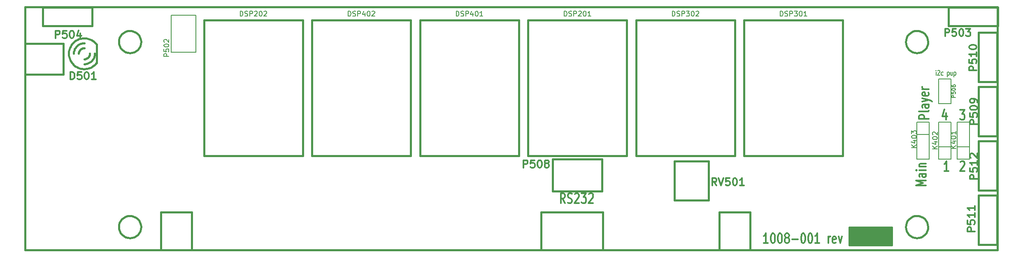
<source format=gto>
G04 (created by PCBNEW-RS274X (2012-01-19 BZR 3256)-stable) date 12/4/2012 8:12:11 AM*
G01*
G70*
G90*
%MOIN*%
G04 Gerber Fmt 3.4, Leading zero omitted, Abs format*
%FSLAX34Y34*%
G04 APERTURE LIST*
%ADD10C,0.006000*%
%ADD11C,0.012000*%
%ADD12C,0.007500*%
%ADD13C,0.015000*%
%ADD14C,0.008000*%
%ADD15C,0.010000*%
G04 APERTURE END LIST*
G54D10*
G54D11*
X57744Y-35574D02*
X57544Y-35193D01*
X57401Y-35574D02*
X57401Y-34774D01*
X57629Y-34774D01*
X57687Y-34812D01*
X57715Y-34850D01*
X57744Y-34926D01*
X57744Y-35040D01*
X57715Y-35117D01*
X57687Y-35155D01*
X57629Y-35193D01*
X57401Y-35193D01*
X57972Y-35536D02*
X58058Y-35574D01*
X58201Y-35574D01*
X58258Y-35536D01*
X58287Y-35498D01*
X58315Y-35421D01*
X58315Y-35345D01*
X58287Y-35269D01*
X58258Y-35231D01*
X58201Y-35193D01*
X58087Y-35155D01*
X58029Y-35117D01*
X58001Y-35079D01*
X57972Y-35002D01*
X57972Y-34926D01*
X58001Y-34850D01*
X58029Y-34812D01*
X58087Y-34774D01*
X58229Y-34774D01*
X58315Y-34812D01*
X58543Y-34850D02*
X58572Y-34812D01*
X58629Y-34774D01*
X58772Y-34774D01*
X58829Y-34812D01*
X58858Y-34850D01*
X58886Y-34926D01*
X58886Y-35002D01*
X58858Y-35117D01*
X58515Y-35574D01*
X58886Y-35574D01*
X59086Y-34774D02*
X59457Y-34774D01*
X59257Y-35079D01*
X59343Y-35079D01*
X59400Y-35117D01*
X59429Y-35155D01*
X59457Y-35231D01*
X59457Y-35421D01*
X59429Y-35498D01*
X59400Y-35536D01*
X59343Y-35574D01*
X59171Y-35574D01*
X59114Y-35536D01*
X59086Y-35498D01*
X59685Y-34850D02*
X59714Y-34812D01*
X59771Y-34774D01*
X59914Y-34774D01*
X59971Y-34812D01*
X60000Y-34850D01*
X60028Y-34926D01*
X60028Y-35002D01*
X60000Y-35117D01*
X59657Y-35574D01*
X60028Y-35574D01*
X89779Y-32250D02*
X89808Y-32212D01*
X89865Y-32174D01*
X90008Y-32174D01*
X90065Y-32212D01*
X90094Y-32250D01*
X90122Y-32326D01*
X90122Y-32402D01*
X90094Y-32517D01*
X89751Y-32974D01*
X90122Y-32974D01*
X88822Y-32974D02*
X88479Y-32974D01*
X88651Y-32974D02*
X88651Y-32174D01*
X88594Y-32288D01*
X88536Y-32364D01*
X88479Y-32402D01*
X88615Y-28290D02*
X88615Y-28824D01*
X88472Y-27986D02*
X88329Y-28557D01*
X88701Y-28557D01*
X89751Y-28024D02*
X90122Y-28024D01*
X89922Y-28329D01*
X90008Y-28329D01*
X90065Y-28367D01*
X90094Y-28405D01*
X90122Y-28481D01*
X90122Y-28671D01*
X90094Y-28748D01*
X90065Y-28786D01*
X90008Y-28824D01*
X89836Y-28824D01*
X89779Y-28786D01*
X89751Y-28748D01*
X87224Y-28756D02*
X86424Y-28756D01*
X86424Y-28528D01*
X86462Y-28470D01*
X86500Y-28442D01*
X86576Y-28413D01*
X86690Y-28413D01*
X86767Y-28442D01*
X86805Y-28470D01*
X86843Y-28528D01*
X86843Y-28756D01*
X87224Y-28070D02*
X87186Y-28128D01*
X87110Y-28156D01*
X86424Y-28156D01*
X87224Y-27585D02*
X86805Y-27585D01*
X86729Y-27614D01*
X86690Y-27671D01*
X86690Y-27785D01*
X86729Y-27842D01*
X87186Y-27585D02*
X87224Y-27642D01*
X87224Y-27785D01*
X87186Y-27842D01*
X87110Y-27871D01*
X87033Y-27871D01*
X86957Y-27842D01*
X86919Y-27785D01*
X86919Y-27642D01*
X86881Y-27585D01*
X86690Y-27356D02*
X87224Y-27213D01*
X86690Y-27071D02*
X87224Y-27213D01*
X87414Y-27271D01*
X87452Y-27299D01*
X87490Y-27356D01*
X87186Y-26614D02*
X87224Y-26671D01*
X87224Y-26785D01*
X87186Y-26842D01*
X87110Y-26871D01*
X86805Y-26871D01*
X86729Y-26842D01*
X86690Y-26785D01*
X86690Y-26671D01*
X86729Y-26614D01*
X86805Y-26585D01*
X86881Y-26585D01*
X86957Y-26871D01*
X87224Y-26328D02*
X86690Y-26328D01*
X86843Y-26328D02*
X86767Y-26300D01*
X86729Y-26271D01*
X86690Y-26214D01*
X86690Y-26157D01*
X86974Y-34136D02*
X86174Y-34136D01*
X86745Y-33936D01*
X86174Y-33736D01*
X86974Y-33736D01*
X86974Y-33193D02*
X86555Y-33193D01*
X86479Y-33222D01*
X86440Y-33279D01*
X86440Y-33393D01*
X86479Y-33450D01*
X86936Y-33193D02*
X86974Y-33250D01*
X86974Y-33393D01*
X86936Y-33450D01*
X86860Y-33479D01*
X86783Y-33479D01*
X86707Y-33450D01*
X86669Y-33393D01*
X86669Y-33250D01*
X86631Y-33193D01*
X86974Y-32907D02*
X86440Y-32907D01*
X86174Y-32907D02*
X86212Y-32936D01*
X86250Y-32907D01*
X86212Y-32879D01*
X86174Y-32907D01*
X86250Y-32907D01*
X86440Y-32621D02*
X86974Y-32621D01*
X86517Y-32621D02*
X86479Y-32593D01*
X86440Y-32535D01*
X86440Y-32450D01*
X86479Y-32393D01*
X86555Y-32364D01*
X86974Y-32364D01*
X74188Y-38824D02*
X73845Y-38824D01*
X74017Y-38824D02*
X74017Y-38024D01*
X73960Y-38138D01*
X73902Y-38214D01*
X73845Y-38252D01*
X74559Y-38024D02*
X74616Y-38024D01*
X74673Y-38062D01*
X74702Y-38100D01*
X74731Y-38176D01*
X74759Y-38329D01*
X74759Y-38519D01*
X74731Y-38671D01*
X74702Y-38748D01*
X74673Y-38786D01*
X74616Y-38824D01*
X74559Y-38824D01*
X74502Y-38786D01*
X74473Y-38748D01*
X74445Y-38671D01*
X74416Y-38519D01*
X74416Y-38329D01*
X74445Y-38176D01*
X74473Y-38100D01*
X74502Y-38062D01*
X74559Y-38024D01*
X75130Y-38024D02*
X75187Y-38024D01*
X75244Y-38062D01*
X75273Y-38100D01*
X75302Y-38176D01*
X75330Y-38329D01*
X75330Y-38519D01*
X75302Y-38671D01*
X75273Y-38748D01*
X75244Y-38786D01*
X75187Y-38824D01*
X75130Y-38824D01*
X75073Y-38786D01*
X75044Y-38748D01*
X75016Y-38671D01*
X74987Y-38519D01*
X74987Y-38329D01*
X75016Y-38176D01*
X75044Y-38100D01*
X75073Y-38062D01*
X75130Y-38024D01*
X75673Y-38367D02*
X75615Y-38329D01*
X75587Y-38290D01*
X75558Y-38214D01*
X75558Y-38176D01*
X75587Y-38100D01*
X75615Y-38062D01*
X75673Y-38024D01*
X75787Y-38024D01*
X75844Y-38062D01*
X75873Y-38100D01*
X75901Y-38176D01*
X75901Y-38214D01*
X75873Y-38290D01*
X75844Y-38329D01*
X75787Y-38367D01*
X75673Y-38367D01*
X75615Y-38405D01*
X75587Y-38443D01*
X75558Y-38519D01*
X75558Y-38671D01*
X75587Y-38748D01*
X75615Y-38786D01*
X75673Y-38824D01*
X75787Y-38824D01*
X75844Y-38786D01*
X75873Y-38748D01*
X75901Y-38671D01*
X75901Y-38519D01*
X75873Y-38443D01*
X75844Y-38405D01*
X75787Y-38367D01*
X76158Y-38519D02*
X76615Y-38519D01*
X77015Y-38024D02*
X77072Y-38024D01*
X77129Y-38062D01*
X77158Y-38100D01*
X77187Y-38176D01*
X77215Y-38329D01*
X77215Y-38519D01*
X77187Y-38671D01*
X77158Y-38748D01*
X77129Y-38786D01*
X77072Y-38824D01*
X77015Y-38824D01*
X76958Y-38786D01*
X76929Y-38748D01*
X76901Y-38671D01*
X76872Y-38519D01*
X76872Y-38329D01*
X76901Y-38176D01*
X76929Y-38100D01*
X76958Y-38062D01*
X77015Y-38024D01*
X77586Y-38024D02*
X77643Y-38024D01*
X77700Y-38062D01*
X77729Y-38100D01*
X77758Y-38176D01*
X77786Y-38329D01*
X77786Y-38519D01*
X77758Y-38671D01*
X77729Y-38748D01*
X77700Y-38786D01*
X77643Y-38824D01*
X77586Y-38824D01*
X77529Y-38786D01*
X77500Y-38748D01*
X77472Y-38671D01*
X77443Y-38519D01*
X77443Y-38329D01*
X77472Y-38176D01*
X77500Y-38100D01*
X77529Y-38062D01*
X77586Y-38024D01*
X78357Y-38824D02*
X78014Y-38824D01*
X78186Y-38824D02*
X78186Y-38024D01*
X78129Y-38138D01*
X78071Y-38214D01*
X78014Y-38252D01*
X79071Y-38824D02*
X79071Y-38290D01*
X79071Y-38443D02*
X79099Y-38367D01*
X79128Y-38329D01*
X79185Y-38290D01*
X79242Y-38290D01*
X79670Y-38786D02*
X79613Y-38824D01*
X79499Y-38824D01*
X79442Y-38786D01*
X79413Y-38710D01*
X79413Y-38405D01*
X79442Y-38329D01*
X79499Y-38290D01*
X79613Y-38290D01*
X79670Y-38329D01*
X79699Y-38405D01*
X79699Y-38481D01*
X79413Y-38557D01*
X79899Y-38290D02*
X80042Y-38824D01*
X80184Y-38290D01*
G54D12*
X87807Y-25212D02*
X87807Y-24945D01*
X87807Y-24812D02*
X87793Y-24831D01*
X87807Y-24850D01*
X87822Y-24831D01*
X87807Y-24812D01*
X87807Y-24850D01*
X87936Y-24850D02*
X87950Y-24831D01*
X87979Y-24812D01*
X88050Y-24812D01*
X88079Y-24831D01*
X88093Y-24850D01*
X88108Y-24888D01*
X88108Y-24926D01*
X88093Y-24983D01*
X87922Y-25212D01*
X88108Y-25212D01*
X88365Y-25193D02*
X88336Y-25212D01*
X88279Y-25212D01*
X88251Y-25193D01*
X88236Y-25174D01*
X88222Y-25136D01*
X88222Y-25021D01*
X88236Y-24983D01*
X88251Y-24964D01*
X88279Y-24945D01*
X88336Y-24945D01*
X88365Y-24964D01*
X88722Y-24945D02*
X88722Y-25345D01*
X88722Y-24964D02*
X88751Y-24945D01*
X88808Y-24945D01*
X88837Y-24964D01*
X88851Y-24983D01*
X88865Y-25021D01*
X88865Y-25136D01*
X88851Y-25174D01*
X88837Y-25193D01*
X88808Y-25212D01*
X88751Y-25212D01*
X88722Y-25193D01*
X89122Y-24945D02*
X89122Y-25212D01*
X88993Y-24945D02*
X88993Y-25155D01*
X89008Y-25193D01*
X89036Y-25212D01*
X89079Y-25212D01*
X89108Y-25193D01*
X89122Y-25174D01*
X89264Y-24945D02*
X89264Y-25345D01*
X89264Y-24964D02*
X89293Y-24945D01*
X89350Y-24945D01*
X89379Y-24964D01*
X89393Y-24983D01*
X89407Y-25021D01*
X89407Y-25136D01*
X89393Y-25174D01*
X89379Y-25193D01*
X89350Y-25212D01*
X89293Y-25212D01*
X89264Y-25193D01*
G54D13*
X17100Y-22650D02*
X14100Y-22650D01*
X17100Y-25150D02*
X17100Y-22650D01*
X14100Y-25150D02*
X17100Y-25150D01*
X72750Y-36300D02*
X72750Y-39300D01*
X70250Y-36300D02*
X72750Y-36300D01*
X70250Y-39300D02*
X70250Y-36300D01*
X60800Y-36300D02*
X55800Y-36300D01*
X60800Y-39300D02*
X60800Y-36300D01*
X55800Y-39300D02*
X55800Y-36300D01*
X25000Y-36300D02*
X25000Y-39300D01*
X27500Y-36300D02*
X25000Y-36300D01*
X27500Y-39300D02*
X27500Y-36300D01*
X14029Y-39370D02*
X92769Y-39370D01*
X14030Y-19685D02*
X14030Y-39370D01*
X92770Y-19685D02*
X14030Y-19685D01*
X92770Y-39370D02*
X92770Y-19685D01*
X92750Y-26150D02*
X92750Y-30150D01*
X92750Y-30150D02*
X91250Y-30150D01*
X91250Y-30150D02*
X91250Y-26150D01*
X91250Y-26150D02*
X92750Y-26150D01*
X92750Y-34950D02*
X92750Y-38950D01*
X92750Y-38950D02*
X91250Y-38950D01*
X91250Y-38950D02*
X91250Y-34950D01*
X91250Y-34950D02*
X92750Y-34950D01*
X92750Y-30550D02*
X92750Y-34550D01*
X92750Y-34550D02*
X91250Y-34550D01*
X91250Y-34550D02*
X91250Y-30550D01*
X91250Y-30550D02*
X92750Y-30550D01*
X92750Y-21750D02*
X92750Y-25750D01*
X92750Y-25750D02*
X91250Y-25750D01*
X91250Y-25750D02*
X91250Y-21750D01*
X91250Y-21750D02*
X92750Y-21750D01*
X88800Y-19700D02*
X92800Y-19700D01*
X92800Y-19700D02*
X92800Y-21200D01*
X92800Y-21200D02*
X88800Y-21200D01*
X88800Y-21200D02*
X88800Y-19700D01*
X15450Y-19700D02*
X19450Y-19700D01*
X19450Y-19700D02*
X19450Y-21200D01*
X19450Y-21200D02*
X15450Y-21200D01*
X15450Y-21200D02*
X15450Y-19700D01*
G54D14*
X27850Y-20350D02*
X27850Y-23350D01*
X25850Y-23350D02*
X25850Y-20350D01*
X25850Y-20350D02*
X27850Y-20350D01*
X27850Y-23350D02*
X25850Y-23350D01*
G54D13*
X69378Y-35325D02*
X69378Y-32175D01*
X69378Y-32175D02*
X66622Y-32175D01*
X66622Y-32175D02*
X66622Y-35325D01*
X66622Y-35325D02*
X69378Y-35325D01*
G54D10*
X90500Y-32000D02*
X89500Y-32000D01*
X89500Y-32000D02*
X89500Y-29000D01*
X89500Y-29000D02*
X90500Y-29000D01*
X90500Y-29000D02*
X90500Y-32000D01*
X89500Y-31000D02*
X90500Y-31000D01*
X89000Y-32000D02*
X88000Y-32000D01*
X88000Y-32000D02*
X88000Y-29000D01*
X88000Y-29000D02*
X89000Y-29000D01*
X89000Y-29000D02*
X89000Y-32000D01*
X88000Y-31000D02*
X89000Y-31000D01*
X86250Y-29000D02*
X87250Y-29000D01*
X87250Y-29000D02*
X87250Y-32000D01*
X87250Y-32000D02*
X86250Y-32000D01*
X86250Y-32000D02*
X86250Y-29000D01*
X87250Y-30000D02*
X86250Y-30000D01*
G54D13*
X87150Y-37500D02*
X87132Y-37674D01*
X87082Y-37842D01*
X86999Y-37998D01*
X86888Y-38134D01*
X86753Y-38246D01*
X86598Y-38329D01*
X86430Y-38381D01*
X86256Y-38399D01*
X86082Y-38384D01*
X85913Y-38334D01*
X85758Y-38253D01*
X85621Y-38143D01*
X85508Y-38008D01*
X85423Y-37854D01*
X85370Y-37687D01*
X85351Y-37512D01*
X85365Y-37338D01*
X85414Y-37169D01*
X85494Y-37013D01*
X85603Y-36875D01*
X85737Y-36761D01*
X85890Y-36676D01*
X86057Y-36621D01*
X86232Y-36601D01*
X86406Y-36614D01*
X86575Y-36661D01*
X86732Y-36741D01*
X86870Y-36849D01*
X86985Y-36982D01*
X87072Y-37134D01*
X87127Y-37301D01*
X87149Y-37475D01*
X87150Y-37500D01*
X23400Y-37500D02*
X23382Y-37674D01*
X23332Y-37842D01*
X23249Y-37998D01*
X23138Y-38134D01*
X23003Y-38246D01*
X22848Y-38329D01*
X22680Y-38381D01*
X22506Y-38399D01*
X22332Y-38384D01*
X22163Y-38334D01*
X22008Y-38253D01*
X21871Y-38143D01*
X21758Y-38008D01*
X21673Y-37854D01*
X21620Y-37687D01*
X21601Y-37512D01*
X21615Y-37338D01*
X21664Y-37169D01*
X21744Y-37013D01*
X21853Y-36875D01*
X21987Y-36761D01*
X22140Y-36676D01*
X22307Y-36621D01*
X22482Y-36601D01*
X22656Y-36614D01*
X22825Y-36661D01*
X22982Y-36741D01*
X23120Y-36849D01*
X23235Y-36982D01*
X23322Y-37134D01*
X23377Y-37301D01*
X23399Y-37475D01*
X23400Y-37500D01*
X87150Y-22500D02*
X87132Y-22674D01*
X87082Y-22842D01*
X86999Y-22998D01*
X86888Y-23134D01*
X86753Y-23246D01*
X86598Y-23329D01*
X86430Y-23381D01*
X86256Y-23399D01*
X86082Y-23384D01*
X85913Y-23334D01*
X85758Y-23253D01*
X85621Y-23143D01*
X85508Y-23008D01*
X85423Y-22854D01*
X85370Y-22687D01*
X85351Y-22512D01*
X85365Y-22338D01*
X85414Y-22169D01*
X85494Y-22013D01*
X85603Y-21875D01*
X85737Y-21761D01*
X85890Y-21676D01*
X86057Y-21621D01*
X86232Y-21601D01*
X86406Y-21614D01*
X86575Y-21661D01*
X86732Y-21741D01*
X86870Y-21849D01*
X86985Y-21982D01*
X87072Y-22134D01*
X87127Y-22301D01*
X87149Y-22475D01*
X87150Y-22500D01*
X23400Y-22500D02*
X23382Y-22674D01*
X23332Y-22842D01*
X23249Y-22998D01*
X23138Y-23134D01*
X23003Y-23246D01*
X22848Y-23329D01*
X22680Y-23381D01*
X22506Y-23399D01*
X22332Y-23384D01*
X22163Y-23334D01*
X22008Y-23253D01*
X21871Y-23143D01*
X21758Y-23008D01*
X21673Y-22854D01*
X21620Y-22687D01*
X21601Y-22512D01*
X21615Y-22338D01*
X21664Y-22169D01*
X21744Y-22013D01*
X21853Y-21875D01*
X21987Y-21761D01*
X22140Y-21676D01*
X22307Y-21621D01*
X22482Y-21601D01*
X22656Y-21614D01*
X22825Y-21661D01*
X22982Y-21741D01*
X23120Y-21849D01*
X23235Y-21982D01*
X23322Y-22134D01*
X23377Y-22301D01*
X23399Y-22475D01*
X23400Y-22500D01*
G54D10*
X88000Y-25500D02*
X89000Y-25500D01*
X89000Y-25500D02*
X89000Y-27500D01*
X89000Y-27500D02*
X88000Y-27500D01*
X88000Y-27500D02*
X88000Y-25500D01*
G54D13*
X46000Y-20750D02*
X46000Y-31750D01*
X46000Y-31750D02*
X54000Y-31750D01*
X54000Y-31750D02*
X54000Y-20750D01*
X54000Y-20750D02*
X46000Y-20750D01*
X54750Y-20750D02*
X54750Y-31750D01*
X54750Y-31750D02*
X62750Y-31750D01*
X62750Y-31750D02*
X62750Y-20750D01*
X62750Y-20750D02*
X54750Y-20750D01*
X37250Y-20750D02*
X37250Y-31750D01*
X37250Y-31750D02*
X45250Y-31750D01*
X45250Y-31750D02*
X45250Y-20750D01*
X45250Y-20750D02*
X37250Y-20750D01*
X63500Y-20750D02*
X63500Y-31750D01*
X63500Y-31750D02*
X71500Y-31750D01*
X71500Y-31750D02*
X71500Y-20750D01*
X71500Y-20750D02*
X63500Y-20750D01*
X72250Y-20750D02*
X72250Y-31750D01*
X72250Y-31750D02*
X80250Y-31750D01*
X80250Y-31750D02*
X80250Y-20750D01*
X80250Y-20750D02*
X72250Y-20750D01*
X28500Y-20750D02*
X28500Y-31750D01*
X28500Y-31750D02*
X36500Y-31750D01*
X36500Y-31750D02*
X36500Y-20750D01*
X36500Y-20750D02*
X28500Y-20750D01*
X19820Y-24200D02*
X19820Y-22700D01*
X19799Y-22700D02*
X19730Y-22616D01*
X19654Y-22538D01*
X19571Y-22467D01*
X19482Y-22403D01*
X19388Y-22348D01*
X19290Y-22301D01*
X19188Y-22262D01*
X19083Y-22233D01*
X18976Y-22213D01*
X18867Y-22202D01*
X18759Y-22201D01*
X18650Y-22210D01*
X18543Y-22227D01*
X18437Y-22254D01*
X18334Y-22291D01*
X18235Y-22336D01*
X18140Y-22389D01*
X18050Y-22451D01*
X17966Y-22520D01*
X17888Y-22596D01*
X17817Y-22679D01*
X17753Y-22768D01*
X17698Y-22862D01*
X17651Y-22960D01*
X17612Y-23062D01*
X17583Y-23167D01*
X17563Y-23274D01*
X17552Y-23383D01*
X17551Y-23491D01*
X17560Y-23600D01*
X17577Y-23707D01*
X17604Y-23813D01*
X17641Y-23916D01*
X17686Y-24015D01*
X17739Y-24110D01*
X17801Y-24200D01*
X17870Y-24284D01*
X17946Y-24362D01*
X18029Y-24433D01*
X18118Y-24497D01*
X18212Y-24552D01*
X18310Y-24599D01*
X18412Y-24638D01*
X18517Y-24667D01*
X18624Y-24687D01*
X18733Y-24698D01*
X18841Y-24699D01*
X18950Y-24690D01*
X19057Y-24673D01*
X19163Y-24646D01*
X19266Y-24609D01*
X19365Y-24564D01*
X19460Y-24511D01*
X19550Y-24449D01*
X19634Y-24380D01*
X19712Y-24304D01*
X19783Y-24221D01*
X19799Y-24200D01*
X18800Y-23000D02*
X18761Y-23002D01*
X18722Y-23007D01*
X18684Y-23016D01*
X18647Y-23028D01*
X18610Y-23043D01*
X18576Y-23061D01*
X18542Y-23082D01*
X18511Y-23106D01*
X18482Y-23132D01*
X18456Y-23161D01*
X18432Y-23192D01*
X18411Y-23226D01*
X18393Y-23260D01*
X18378Y-23297D01*
X18366Y-23334D01*
X18357Y-23372D01*
X18352Y-23411D01*
X18350Y-23450D01*
X18800Y-23900D02*
X18839Y-23898D01*
X18878Y-23893D01*
X18916Y-23884D01*
X18953Y-23872D01*
X18990Y-23857D01*
X19025Y-23839D01*
X19058Y-23818D01*
X19089Y-23794D01*
X19118Y-23768D01*
X19144Y-23739D01*
X19168Y-23708D01*
X19189Y-23674D01*
X19207Y-23640D01*
X19222Y-23603D01*
X19234Y-23566D01*
X19243Y-23528D01*
X19248Y-23489D01*
X19250Y-23450D01*
X18800Y-22600D02*
X18726Y-22604D01*
X18653Y-22613D01*
X18581Y-22629D01*
X18510Y-22652D01*
X18441Y-22680D01*
X18376Y-22714D01*
X18313Y-22754D01*
X18254Y-22799D01*
X18199Y-22849D01*
X18149Y-22904D01*
X18104Y-22963D01*
X18064Y-23026D01*
X18030Y-23091D01*
X18002Y-23160D01*
X17979Y-23231D01*
X17963Y-23303D01*
X17954Y-23376D01*
X17950Y-23450D01*
X18800Y-24300D02*
X18874Y-24296D01*
X18947Y-24287D01*
X19019Y-24271D01*
X19090Y-24248D01*
X19159Y-24220D01*
X19225Y-24186D01*
X19287Y-24146D01*
X19346Y-24101D01*
X19401Y-24051D01*
X19451Y-23996D01*
X19496Y-23937D01*
X19536Y-23874D01*
X19570Y-23809D01*
X19598Y-23740D01*
X19621Y-23669D01*
X19637Y-23597D01*
X19646Y-23524D01*
X19650Y-23450D01*
X56750Y-34600D02*
X60750Y-34600D01*
X56750Y-32000D02*
X60750Y-32000D01*
X60750Y-32050D02*
X60750Y-34550D01*
X56750Y-34550D02*
X56750Y-32050D01*
G54D11*
X91143Y-29163D02*
X90543Y-29163D01*
X90543Y-28935D01*
X90571Y-28877D01*
X90600Y-28849D01*
X90657Y-28820D01*
X90743Y-28820D01*
X90800Y-28849D01*
X90829Y-28877D01*
X90857Y-28935D01*
X90857Y-29163D01*
X90543Y-28277D02*
X90543Y-28563D01*
X90829Y-28592D01*
X90800Y-28563D01*
X90771Y-28506D01*
X90771Y-28363D01*
X90800Y-28306D01*
X90829Y-28277D01*
X90886Y-28249D01*
X91029Y-28249D01*
X91086Y-28277D01*
X91114Y-28306D01*
X91143Y-28363D01*
X91143Y-28506D01*
X91114Y-28563D01*
X91086Y-28592D01*
X90543Y-27878D02*
X90543Y-27821D01*
X90571Y-27764D01*
X90600Y-27735D01*
X90657Y-27706D01*
X90771Y-27678D01*
X90914Y-27678D01*
X91029Y-27706D01*
X91086Y-27735D01*
X91114Y-27764D01*
X91143Y-27821D01*
X91143Y-27878D01*
X91114Y-27935D01*
X91086Y-27964D01*
X91029Y-27992D01*
X90914Y-28021D01*
X90771Y-28021D01*
X90657Y-27992D01*
X90600Y-27964D01*
X90571Y-27935D01*
X90543Y-27878D01*
X91143Y-27393D02*
X91143Y-27278D01*
X91114Y-27221D01*
X91086Y-27193D01*
X91000Y-27135D01*
X90886Y-27107D01*
X90657Y-27107D01*
X90600Y-27135D01*
X90571Y-27164D01*
X90543Y-27221D01*
X90543Y-27335D01*
X90571Y-27393D01*
X90600Y-27421D01*
X90657Y-27450D01*
X90800Y-27450D01*
X90857Y-27421D01*
X90886Y-27393D01*
X90914Y-27335D01*
X90914Y-27221D01*
X90886Y-27164D01*
X90857Y-27135D01*
X90800Y-27107D01*
X90943Y-37863D02*
X90343Y-37863D01*
X90343Y-37635D01*
X90371Y-37577D01*
X90400Y-37549D01*
X90457Y-37520D01*
X90543Y-37520D01*
X90600Y-37549D01*
X90629Y-37577D01*
X90657Y-37635D01*
X90657Y-37863D01*
X90343Y-36977D02*
X90343Y-37263D01*
X90629Y-37292D01*
X90600Y-37263D01*
X90571Y-37206D01*
X90571Y-37063D01*
X90600Y-37006D01*
X90629Y-36977D01*
X90686Y-36949D01*
X90829Y-36949D01*
X90886Y-36977D01*
X90914Y-37006D01*
X90943Y-37063D01*
X90943Y-37206D01*
X90914Y-37263D01*
X90886Y-37292D01*
X90943Y-36378D02*
X90943Y-36721D01*
X90943Y-36549D02*
X90343Y-36549D01*
X90429Y-36606D01*
X90486Y-36664D01*
X90514Y-36721D01*
X90943Y-35807D02*
X90943Y-36150D01*
X90943Y-35978D02*
X90343Y-35978D01*
X90429Y-36035D01*
X90486Y-36093D01*
X90514Y-36150D01*
X91143Y-33613D02*
X90543Y-33613D01*
X90543Y-33385D01*
X90571Y-33327D01*
X90600Y-33299D01*
X90657Y-33270D01*
X90743Y-33270D01*
X90800Y-33299D01*
X90829Y-33327D01*
X90857Y-33385D01*
X90857Y-33613D01*
X90543Y-32727D02*
X90543Y-33013D01*
X90829Y-33042D01*
X90800Y-33013D01*
X90771Y-32956D01*
X90771Y-32813D01*
X90800Y-32756D01*
X90829Y-32727D01*
X90886Y-32699D01*
X91029Y-32699D01*
X91086Y-32727D01*
X91114Y-32756D01*
X91143Y-32813D01*
X91143Y-32956D01*
X91114Y-33013D01*
X91086Y-33042D01*
X91143Y-32128D02*
X91143Y-32471D01*
X91143Y-32299D02*
X90543Y-32299D01*
X90629Y-32356D01*
X90686Y-32414D01*
X90714Y-32471D01*
X90600Y-31900D02*
X90571Y-31871D01*
X90543Y-31814D01*
X90543Y-31671D01*
X90571Y-31614D01*
X90600Y-31585D01*
X90657Y-31557D01*
X90714Y-31557D01*
X90800Y-31585D01*
X91143Y-31928D01*
X91143Y-31557D01*
X91093Y-24813D02*
X90493Y-24813D01*
X90493Y-24585D01*
X90521Y-24527D01*
X90550Y-24499D01*
X90607Y-24470D01*
X90693Y-24470D01*
X90750Y-24499D01*
X90779Y-24527D01*
X90807Y-24585D01*
X90807Y-24813D01*
X90493Y-23927D02*
X90493Y-24213D01*
X90779Y-24242D01*
X90750Y-24213D01*
X90721Y-24156D01*
X90721Y-24013D01*
X90750Y-23956D01*
X90779Y-23927D01*
X90836Y-23899D01*
X90979Y-23899D01*
X91036Y-23927D01*
X91064Y-23956D01*
X91093Y-24013D01*
X91093Y-24156D01*
X91064Y-24213D01*
X91036Y-24242D01*
X91093Y-23328D02*
X91093Y-23671D01*
X91093Y-23499D02*
X90493Y-23499D01*
X90579Y-23556D01*
X90636Y-23614D01*
X90664Y-23671D01*
X90493Y-22957D02*
X90493Y-22900D01*
X90521Y-22843D01*
X90550Y-22814D01*
X90607Y-22785D01*
X90721Y-22757D01*
X90864Y-22757D01*
X90979Y-22785D01*
X91036Y-22814D01*
X91064Y-22843D01*
X91093Y-22900D01*
X91093Y-22957D01*
X91064Y-23014D01*
X91036Y-23043D01*
X90979Y-23071D01*
X90864Y-23100D01*
X90721Y-23100D01*
X90607Y-23071D01*
X90550Y-23043D01*
X90521Y-23014D01*
X90493Y-22957D01*
X88537Y-22043D02*
X88537Y-21443D01*
X88765Y-21443D01*
X88823Y-21471D01*
X88851Y-21500D01*
X88880Y-21557D01*
X88880Y-21643D01*
X88851Y-21700D01*
X88823Y-21729D01*
X88765Y-21757D01*
X88537Y-21757D01*
X89423Y-21443D02*
X89137Y-21443D01*
X89108Y-21729D01*
X89137Y-21700D01*
X89194Y-21671D01*
X89337Y-21671D01*
X89394Y-21700D01*
X89423Y-21729D01*
X89451Y-21786D01*
X89451Y-21929D01*
X89423Y-21986D01*
X89394Y-22014D01*
X89337Y-22043D01*
X89194Y-22043D01*
X89137Y-22014D01*
X89108Y-21986D01*
X89822Y-21443D02*
X89879Y-21443D01*
X89936Y-21471D01*
X89965Y-21500D01*
X89994Y-21557D01*
X90022Y-21671D01*
X90022Y-21814D01*
X89994Y-21929D01*
X89965Y-21986D01*
X89936Y-22014D01*
X89879Y-22043D01*
X89822Y-22043D01*
X89765Y-22014D01*
X89736Y-21986D01*
X89708Y-21929D01*
X89679Y-21814D01*
X89679Y-21671D01*
X89708Y-21557D01*
X89736Y-21500D01*
X89765Y-21471D01*
X89822Y-21443D01*
X90222Y-21443D02*
X90593Y-21443D01*
X90393Y-21671D01*
X90479Y-21671D01*
X90536Y-21700D01*
X90565Y-21729D01*
X90593Y-21786D01*
X90593Y-21929D01*
X90565Y-21986D01*
X90536Y-22014D01*
X90479Y-22043D01*
X90307Y-22043D01*
X90250Y-22014D01*
X90222Y-21986D01*
X16487Y-22193D02*
X16487Y-21593D01*
X16715Y-21593D01*
X16773Y-21621D01*
X16801Y-21650D01*
X16830Y-21707D01*
X16830Y-21793D01*
X16801Y-21850D01*
X16773Y-21879D01*
X16715Y-21907D01*
X16487Y-21907D01*
X17373Y-21593D02*
X17087Y-21593D01*
X17058Y-21879D01*
X17087Y-21850D01*
X17144Y-21821D01*
X17287Y-21821D01*
X17344Y-21850D01*
X17373Y-21879D01*
X17401Y-21936D01*
X17401Y-22079D01*
X17373Y-22136D01*
X17344Y-22164D01*
X17287Y-22193D01*
X17144Y-22193D01*
X17087Y-22164D01*
X17058Y-22136D01*
X17772Y-21593D02*
X17829Y-21593D01*
X17886Y-21621D01*
X17915Y-21650D01*
X17944Y-21707D01*
X17972Y-21821D01*
X17972Y-21964D01*
X17944Y-22079D01*
X17915Y-22136D01*
X17886Y-22164D01*
X17829Y-22193D01*
X17772Y-22193D01*
X17715Y-22164D01*
X17686Y-22136D01*
X17658Y-22079D01*
X17629Y-21964D01*
X17629Y-21821D01*
X17658Y-21707D01*
X17686Y-21650D01*
X17715Y-21621D01*
X17772Y-21593D01*
X18486Y-21793D02*
X18486Y-22193D01*
X18343Y-21564D02*
X18200Y-21993D01*
X18572Y-21993D01*
G54D14*
X25662Y-23676D02*
X25262Y-23676D01*
X25262Y-23523D01*
X25281Y-23485D01*
X25300Y-23466D01*
X25338Y-23447D01*
X25395Y-23447D01*
X25433Y-23466D01*
X25452Y-23485D01*
X25471Y-23523D01*
X25471Y-23676D01*
X25262Y-23085D02*
X25262Y-23276D01*
X25452Y-23295D01*
X25433Y-23276D01*
X25414Y-23238D01*
X25414Y-23142D01*
X25433Y-23104D01*
X25452Y-23085D01*
X25490Y-23066D01*
X25586Y-23066D01*
X25624Y-23085D01*
X25643Y-23104D01*
X25662Y-23142D01*
X25662Y-23238D01*
X25643Y-23276D01*
X25624Y-23295D01*
X25262Y-22819D02*
X25262Y-22780D01*
X25281Y-22742D01*
X25300Y-22723D01*
X25338Y-22704D01*
X25414Y-22685D01*
X25510Y-22685D01*
X25586Y-22704D01*
X25624Y-22723D01*
X25643Y-22742D01*
X25662Y-22780D01*
X25662Y-22819D01*
X25643Y-22857D01*
X25624Y-22876D01*
X25586Y-22895D01*
X25510Y-22914D01*
X25414Y-22914D01*
X25338Y-22895D01*
X25300Y-22876D01*
X25281Y-22857D01*
X25262Y-22819D01*
X25300Y-22533D02*
X25281Y-22514D01*
X25262Y-22476D01*
X25262Y-22380D01*
X25281Y-22342D01*
X25300Y-22323D01*
X25338Y-22304D01*
X25376Y-22304D01*
X25433Y-22323D01*
X25662Y-22552D01*
X25662Y-22304D01*
G54D11*
X70023Y-34143D02*
X69823Y-33857D01*
X69680Y-34143D02*
X69680Y-33543D01*
X69908Y-33543D01*
X69966Y-33571D01*
X69994Y-33600D01*
X70023Y-33657D01*
X70023Y-33743D01*
X69994Y-33800D01*
X69966Y-33829D01*
X69908Y-33857D01*
X69680Y-33857D01*
X70194Y-33543D02*
X70394Y-34143D01*
X70594Y-33543D01*
X71080Y-33543D02*
X70794Y-33543D01*
X70765Y-33829D01*
X70794Y-33800D01*
X70851Y-33771D01*
X70994Y-33771D01*
X71051Y-33800D01*
X71080Y-33829D01*
X71108Y-33886D01*
X71108Y-34029D01*
X71080Y-34086D01*
X71051Y-34114D01*
X70994Y-34143D01*
X70851Y-34143D01*
X70794Y-34114D01*
X70765Y-34086D01*
X71479Y-33543D02*
X71536Y-33543D01*
X71593Y-33571D01*
X71622Y-33600D01*
X71651Y-33657D01*
X71679Y-33771D01*
X71679Y-33914D01*
X71651Y-34029D01*
X71622Y-34086D01*
X71593Y-34114D01*
X71536Y-34143D01*
X71479Y-34143D01*
X71422Y-34114D01*
X71393Y-34086D01*
X71365Y-34029D01*
X71336Y-33914D01*
X71336Y-33771D01*
X71365Y-33657D01*
X71393Y-33600D01*
X71422Y-33571D01*
X71479Y-33543D01*
X72250Y-34143D02*
X71907Y-34143D01*
X72079Y-34143D02*
X72079Y-33543D01*
X72022Y-33629D01*
X71964Y-33686D01*
X71907Y-33714D01*
G54D10*
X89412Y-31126D02*
X89012Y-31126D01*
X89412Y-30897D02*
X89183Y-31069D01*
X89012Y-30897D02*
X89240Y-31126D01*
X89145Y-30554D02*
X89412Y-30554D01*
X88993Y-30650D02*
X89279Y-30745D01*
X89279Y-30497D01*
X89012Y-30269D02*
X89012Y-30230D01*
X89031Y-30192D01*
X89050Y-30173D01*
X89088Y-30154D01*
X89164Y-30135D01*
X89260Y-30135D01*
X89336Y-30154D01*
X89374Y-30173D01*
X89393Y-30192D01*
X89412Y-30230D01*
X89412Y-30269D01*
X89393Y-30307D01*
X89374Y-30326D01*
X89336Y-30345D01*
X89260Y-30364D01*
X89164Y-30364D01*
X89088Y-30345D01*
X89050Y-30326D01*
X89031Y-30307D01*
X89012Y-30269D01*
X89412Y-29754D02*
X89412Y-29983D01*
X89412Y-29869D02*
X89012Y-29869D01*
X89069Y-29907D01*
X89107Y-29945D01*
X89126Y-29983D01*
X87912Y-31176D02*
X87512Y-31176D01*
X87912Y-30947D02*
X87683Y-31119D01*
X87512Y-30947D02*
X87740Y-31176D01*
X87645Y-30604D02*
X87912Y-30604D01*
X87493Y-30700D02*
X87779Y-30795D01*
X87779Y-30547D01*
X87512Y-30319D02*
X87512Y-30280D01*
X87531Y-30242D01*
X87550Y-30223D01*
X87588Y-30204D01*
X87664Y-30185D01*
X87760Y-30185D01*
X87836Y-30204D01*
X87874Y-30223D01*
X87893Y-30242D01*
X87912Y-30280D01*
X87912Y-30319D01*
X87893Y-30357D01*
X87874Y-30376D01*
X87836Y-30395D01*
X87760Y-30414D01*
X87664Y-30414D01*
X87588Y-30395D01*
X87550Y-30376D01*
X87531Y-30357D01*
X87512Y-30319D01*
X87550Y-30033D02*
X87531Y-30014D01*
X87512Y-29976D01*
X87512Y-29880D01*
X87531Y-29842D01*
X87550Y-29823D01*
X87588Y-29804D01*
X87626Y-29804D01*
X87683Y-29823D01*
X87912Y-30052D01*
X87912Y-29804D01*
X86212Y-31076D02*
X85812Y-31076D01*
X86212Y-30847D02*
X85983Y-31019D01*
X85812Y-30847D02*
X86040Y-31076D01*
X85945Y-30504D02*
X86212Y-30504D01*
X85793Y-30600D02*
X86079Y-30695D01*
X86079Y-30447D01*
X85812Y-30219D02*
X85812Y-30180D01*
X85831Y-30142D01*
X85850Y-30123D01*
X85888Y-30104D01*
X85964Y-30085D01*
X86060Y-30085D01*
X86136Y-30104D01*
X86174Y-30123D01*
X86193Y-30142D01*
X86212Y-30180D01*
X86212Y-30219D01*
X86193Y-30257D01*
X86174Y-30276D01*
X86136Y-30295D01*
X86060Y-30314D01*
X85964Y-30314D01*
X85888Y-30295D01*
X85850Y-30276D01*
X85831Y-30257D01*
X85812Y-30219D01*
X85812Y-29952D02*
X85812Y-29704D01*
X85964Y-29838D01*
X85964Y-29780D01*
X85983Y-29742D01*
X86002Y-29723D01*
X86040Y-29704D01*
X86136Y-29704D01*
X86174Y-29723D01*
X86193Y-29742D01*
X86212Y-29780D01*
X86212Y-29895D01*
X86193Y-29933D01*
X86174Y-29952D01*
X89371Y-27008D02*
X89071Y-27008D01*
X89071Y-26893D01*
X89086Y-26865D01*
X89100Y-26850D01*
X89129Y-26836D01*
X89171Y-26836D01*
X89200Y-26850D01*
X89214Y-26865D01*
X89229Y-26893D01*
X89229Y-27008D01*
X89071Y-26565D02*
X89071Y-26708D01*
X89214Y-26722D01*
X89200Y-26708D01*
X89186Y-26679D01*
X89186Y-26608D01*
X89200Y-26579D01*
X89214Y-26565D01*
X89243Y-26550D01*
X89314Y-26550D01*
X89343Y-26565D01*
X89357Y-26579D01*
X89371Y-26608D01*
X89371Y-26679D01*
X89357Y-26708D01*
X89343Y-26722D01*
X89071Y-26364D02*
X89071Y-26336D01*
X89086Y-26307D01*
X89100Y-26293D01*
X89129Y-26279D01*
X89186Y-26264D01*
X89257Y-26264D01*
X89314Y-26279D01*
X89343Y-26293D01*
X89357Y-26307D01*
X89371Y-26336D01*
X89371Y-26364D01*
X89357Y-26393D01*
X89343Y-26407D01*
X89314Y-26422D01*
X89257Y-26436D01*
X89186Y-26436D01*
X89129Y-26422D01*
X89100Y-26407D01*
X89086Y-26393D01*
X89071Y-26364D01*
X89071Y-26007D02*
X89071Y-26064D01*
X89086Y-26093D01*
X89100Y-26107D01*
X89143Y-26136D01*
X89200Y-26150D01*
X89314Y-26150D01*
X89343Y-26136D01*
X89357Y-26121D01*
X89371Y-26093D01*
X89371Y-26036D01*
X89357Y-26007D01*
X89343Y-25993D01*
X89314Y-25978D01*
X89243Y-25978D01*
X89214Y-25993D01*
X89200Y-26007D01*
X89186Y-26036D01*
X89186Y-26093D01*
X89200Y-26121D01*
X89214Y-26136D01*
X89243Y-26150D01*
G54D14*
X48933Y-20412D02*
X48933Y-20012D01*
X49028Y-20012D01*
X49086Y-20031D01*
X49124Y-20069D01*
X49143Y-20107D01*
X49162Y-20183D01*
X49162Y-20240D01*
X49143Y-20317D01*
X49124Y-20355D01*
X49086Y-20393D01*
X49028Y-20412D01*
X48933Y-20412D01*
X49314Y-20393D02*
X49371Y-20412D01*
X49467Y-20412D01*
X49505Y-20393D01*
X49524Y-20374D01*
X49543Y-20336D01*
X49543Y-20298D01*
X49524Y-20260D01*
X49505Y-20240D01*
X49467Y-20221D01*
X49390Y-20202D01*
X49352Y-20183D01*
X49333Y-20164D01*
X49314Y-20126D01*
X49314Y-20088D01*
X49333Y-20050D01*
X49352Y-20031D01*
X49390Y-20012D01*
X49486Y-20012D01*
X49543Y-20031D01*
X49714Y-20412D02*
X49714Y-20012D01*
X49867Y-20012D01*
X49905Y-20031D01*
X49924Y-20050D01*
X49943Y-20088D01*
X49943Y-20145D01*
X49924Y-20183D01*
X49905Y-20202D01*
X49867Y-20221D01*
X49714Y-20221D01*
X50286Y-20145D02*
X50286Y-20412D01*
X50190Y-19993D02*
X50095Y-20279D01*
X50343Y-20279D01*
X50571Y-20012D02*
X50610Y-20012D01*
X50648Y-20031D01*
X50667Y-20050D01*
X50686Y-20088D01*
X50705Y-20164D01*
X50705Y-20260D01*
X50686Y-20336D01*
X50667Y-20374D01*
X50648Y-20393D01*
X50610Y-20412D01*
X50571Y-20412D01*
X50533Y-20393D01*
X50514Y-20374D01*
X50495Y-20336D01*
X50476Y-20260D01*
X50476Y-20164D01*
X50495Y-20088D01*
X50514Y-20050D01*
X50533Y-20031D01*
X50571Y-20012D01*
X51086Y-20412D02*
X50857Y-20412D01*
X50971Y-20412D02*
X50971Y-20012D01*
X50933Y-20069D01*
X50895Y-20107D01*
X50857Y-20126D01*
X57683Y-20412D02*
X57683Y-20012D01*
X57778Y-20012D01*
X57836Y-20031D01*
X57874Y-20069D01*
X57893Y-20107D01*
X57912Y-20183D01*
X57912Y-20240D01*
X57893Y-20317D01*
X57874Y-20355D01*
X57836Y-20393D01*
X57778Y-20412D01*
X57683Y-20412D01*
X58064Y-20393D02*
X58121Y-20412D01*
X58217Y-20412D01*
X58255Y-20393D01*
X58274Y-20374D01*
X58293Y-20336D01*
X58293Y-20298D01*
X58274Y-20260D01*
X58255Y-20240D01*
X58217Y-20221D01*
X58140Y-20202D01*
X58102Y-20183D01*
X58083Y-20164D01*
X58064Y-20126D01*
X58064Y-20088D01*
X58083Y-20050D01*
X58102Y-20031D01*
X58140Y-20012D01*
X58236Y-20012D01*
X58293Y-20031D01*
X58464Y-20412D02*
X58464Y-20012D01*
X58617Y-20012D01*
X58655Y-20031D01*
X58674Y-20050D01*
X58693Y-20088D01*
X58693Y-20145D01*
X58674Y-20183D01*
X58655Y-20202D01*
X58617Y-20221D01*
X58464Y-20221D01*
X58845Y-20050D02*
X58864Y-20031D01*
X58902Y-20012D01*
X58998Y-20012D01*
X59036Y-20031D01*
X59055Y-20050D01*
X59074Y-20088D01*
X59074Y-20126D01*
X59055Y-20183D01*
X58826Y-20412D01*
X59074Y-20412D01*
X59321Y-20012D02*
X59360Y-20012D01*
X59398Y-20031D01*
X59417Y-20050D01*
X59436Y-20088D01*
X59455Y-20164D01*
X59455Y-20260D01*
X59436Y-20336D01*
X59417Y-20374D01*
X59398Y-20393D01*
X59360Y-20412D01*
X59321Y-20412D01*
X59283Y-20393D01*
X59264Y-20374D01*
X59245Y-20336D01*
X59226Y-20260D01*
X59226Y-20164D01*
X59245Y-20088D01*
X59264Y-20050D01*
X59283Y-20031D01*
X59321Y-20012D01*
X59836Y-20412D02*
X59607Y-20412D01*
X59721Y-20412D02*
X59721Y-20012D01*
X59683Y-20069D01*
X59645Y-20107D01*
X59607Y-20126D01*
X40183Y-20412D02*
X40183Y-20012D01*
X40278Y-20012D01*
X40336Y-20031D01*
X40374Y-20069D01*
X40393Y-20107D01*
X40412Y-20183D01*
X40412Y-20240D01*
X40393Y-20317D01*
X40374Y-20355D01*
X40336Y-20393D01*
X40278Y-20412D01*
X40183Y-20412D01*
X40564Y-20393D02*
X40621Y-20412D01*
X40717Y-20412D01*
X40755Y-20393D01*
X40774Y-20374D01*
X40793Y-20336D01*
X40793Y-20298D01*
X40774Y-20260D01*
X40755Y-20240D01*
X40717Y-20221D01*
X40640Y-20202D01*
X40602Y-20183D01*
X40583Y-20164D01*
X40564Y-20126D01*
X40564Y-20088D01*
X40583Y-20050D01*
X40602Y-20031D01*
X40640Y-20012D01*
X40736Y-20012D01*
X40793Y-20031D01*
X40964Y-20412D02*
X40964Y-20012D01*
X41117Y-20012D01*
X41155Y-20031D01*
X41174Y-20050D01*
X41193Y-20088D01*
X41193Y-20145D01*
X41174Y-20183D01*
X41155Y-20202D01*
X41117Y-20221D01*
X40964Y-20221D01*
X41536Y-20145D02*
X41536Y-20412D01*
X41440Y-19993D02*
X41345Y-20279D01*
X41593Y-20279D01*
X41821Y-20012D02*
X41860Y-20012D01*
X41898Y-20031D01*
X41917Y-20050D01*
X41936Y-20088D01*
X41955Y-20164D01*
X41955Y-20260D01*
X41936Y-20336D01*
X41917Y-20374D01*
X41898Y-20393D01*
X41860Y-20412D01*
X41821Y-20412D01*
X41783Y-20393D01*
X41764Y-20374D01*
X41745Y-20336D01*
X41726Y-20260D01*
X41726Y-20164D01*
X41745Y-20088D01*
X41764Y-20050D01*
X41783Y-20031D01*
X41821Y-20012D01*
X42107Y-20050D02*
X42126Y-20031D01*
X42164Y-20012D01*
X42260Y-20012D01*
X42298Y-20031D01*
X42317Y-20050D01*
X42336Y-20088D01*
X42336Y-20126D01*
X42317Y-20183D01*
X42088Y-20412D01*
X42336Y-20412D01*
X66433Y-20412D02*
X66433Y-20012D01*
X66528Y-20012D01*
X66586Y-20031D01*
X66624Y-20069D01*
X66643Y-20107D01*
X66662Y-20183D01*
X66662Y-20240D01*
X66643Y-20317D01*
X66624Y-20355D01*
X66586Y-20393D01*
X66528Y-20412D01*
X66433Y-20412D01*
X66814Y-20393D02*
X66871Y-20412D01*
X66967Y-20412D01*
X67005Y-20393D01*
X67024Y-20374D01*
X67043Y-20336D01*
X67043Y-20298D01*
X67024Y-20260D01*
X67005Y-20240D01*
X66967Y-20221D01*
X66890Y-20202D01*
X66852Y-20183D01*
X66833Y-20164D01*
X66814Y-20126D01*
X66814Y-20088D01*
X66833Y-20050D01*
X66852Y-20031D01*
X66890Y-20012D01*
X66986Y-20012D01*
X67043Y-20031D01*
X67214Y-20412D02*
X67214Y-20012D01*
X67367Y-20012D01*
X67405Y-20031D01*
X67424Y-20050D01*
X67443Y-20088D01*
X67443Y-20145D01*
X67424Y-20183D01*
X67405Y-20202D01*
X67367Y-20221D01*
X67214Y-20221D01*
X67576Y-20012D02*
X67824Y-20012D01*
X67690Y-20164D01*
X67748Y-20164D01*
X67786Y-20183D01*
X67805Y-20202D01*
X67824Y-20240D01*
X67824Y-20336D01*
X67805Y-20374D01*
X67786Y-20393D01*
X67748Y-20412D01*
X67633Y-20412D01*
X67595Y-20393D01*
X67576Y-20374D01*
X68071Y-20012D02*
X68110Y-20012D01*
X68148Y-20031D01*
X68167Y-20050D01*
X68186Y-20088D01*
X68205Y-20164D01*
X68205Y-20260D01*
X68186Y-20336D01*
X68167Y-20374D01*
X68148Y-20393D01*
X68110Y-20412D01*
X68071Y-20412D01*
X68033Y-20393D01*
X68014Y-20374D01*
X67995Y-20336D01*
X67976Y-20260D01*
X67976Y-20164D01*
X67995Y-20088D01*
X68014Y-20050D01*
X68033Y-20031D01*
X68071Y-20012D01*
X68357Y-20050D02*
X68376Y-20031D01*
X68414Y-20012D01*
X68510Y-20012D01*
X68548Y-20031D01*
X68567Y-20050D01*
X68586Y-20088D01*
X68586Y-20126D01*
X68567Y-20183D01*
X68338Y-20412D01*
X68586Y-20412D01*
X75183Y-20412D02*
X75183Y-20012D01*
X75278Y-20012D01*
X75336Y-20031D01*
X75374Y-20069D01*
X75393Y-20107D01*
X75412Y-20183D01*
X75412Y-20240D01*
X75393Y-20317D01*
X75374Y-20355D01*
X75336Y-20393D01*
X75278Y-20412D01*
X75183Y-20412D01*
X75564Y-20393D02*
X75621Y-20412D01*
X75717Y-20412D01*
X75755Y-20393D01*
X75774Y-20374D01*
X75793Y-20336D01*
X75793Y-20298D01*
X75774Y-20260D01*
X75755Y-20240D01*
X75717Y-20221D01*
X75640Y-20202D01*
X75602Y-20183D01*
X75583Y-20164D01*
X75564Y-20126D01*
X75564Y-20088D01*
X75583Y-20050D01*
X75602Y-20031D01*
X75640Y-20012D01*
X75736Y-20012D01*
X75793Y-20031D01*
X75964Y-20412D02*
X75964Y-20012D01*
X76117Y-20012D01*
X76155Y-20031D01*
X76174Y-20050D01*
X76193Y-20088D01*
X76193Y-20145D01*
X76174Y-20183D01*
X76155Y-20202D01*
X76117Y-20221D01*
X75964Y-20221D01*
X76326Y-20012D02*
X76574Y-20012D01*
X76440Y-20164D01*
X76498Y-20164D01*
X76536Y-20183D01*
X76555Y-20202D01*
X76574Y-20240D01*
X76574Y-20336D01*
X76555Y-20374D01*
X76536Y-20393D01*
X76498Y-20412D01*
X76383Y-20412D01*
X76345Y-20393D01*
X76326Y-20374D01*
X76821Y-20012D02*
X76860Y-20012D01*
X76898Y-20031D01*
X76917Y-20050D01*
X76936Y-20088D01*
X76955Y-20164D01*
X76955Y-20260D01*
X76936Y-20336D01*
X76917Y-20374D01*
X76898Y-20393D01*
X76860Y-20412D01*
X76821Y-20412D01*
X76783Y-20393D01*
X76764Y-20374D01*
X76745Y-20336D01*
X76726Y-20260D01*
X76726Y-20164D01*
X76745Y-20088D01*
X76764Y-20050D01*
X76783Y-20031D01*
X76821Y-20012D01*
X77336Y-20412D02*
X77107Y-20412D01*
X77221Y-20412D02*
X77221Y-20012D01*
X77183Y-20069D01*
X77145Y-20107D01*
X77107Y-20126D01*
X31433Y-20412D02*
X31433Y-20012D01*
X31528Y-20012D01*
X31586Y-20031D01*
X31624Y-20069D01*
X31643Y-20107D01*
X31662Y-20183D01*
X31662Y-20240D01*
X31643Y-20317D01*
X31624Y-20355D01*
X31586Y-20393D01*
X31528Y-20412D01*
X31433Y-20412D01*
X31814Y-20393D02*
X31871Y-20412D01*
X31967Y-20412D01*
X32005Y-20393D01*
X32024Y-20374D01*
X32043Y-20336D01*
X32043Y-20298D01*
X32024Y-20260D01*
X32005Y-20240D01*
X31967Y-20221D01*
X31890Y-20202D01*
X31852Y-20183D01*
X31833Y-20164D01*
X31814Y-20126D01*
X31814Y-20088D01*
X31833Y-20050D01*
X31852Y-20031D01*
X31890Y-20012D01*
X31986Y-20012D01*
X32043Y-20031D01*
X32214Y-20412D02*
X32214Y-20012D01*
X32367Y-20012D01*
X32405Y-20031D01*
X32424Y-20050D01*
X32443Y-20088D01*
X32443Y-20145D01*
X32424Y-20183D01*
X32405Y-20202D01*
X32367Y-20221D01*
X32214Y-20221D01*
X32595Y-20050D02*
X32614Y-20031D01*
X32652Y-20012D01*
X32748Y-20012D01*
X32786Y-20031D01*
X32805Y-20050D01*
X32824Y-20088D01*
X32824Y-20126D01*
X32805Y-20183D01*
X32576Y-20412D01*
X32824Y-20412D01*
X33071Y-20012D02*
X33110Y-20012D01*
X33148Y-20031D01*
X33167Y-20050D01*
X33186Y-20088D01*
X33205Y-20164D01*
X33205Y-20260D01*
X33186Y-20336D01*
X33167Y-20374D01*
X33148Y-20393D01*
X33110Y-20412D01*
X33071Y-20412D01*
X33033Y-20393D01*
X33014Y-20374D01*
X32995Y-20336D01*
X32976Y-20260D01*
X32976Y-20164D01*
X32995Y-20088D01*
X33014Y-20050D01*
X33033Y-20031D01*
X33071Y-20012D01*
X33357Y-20050D02*
X33376Y-20031D01*
X33414Y-20012D01*
X33510Y-20012D01*
X33548Y-20031D01*
X33567Y-20050D01*
X33586Y-20088D01*
X33586Y-20126D01*
X33567Y-20183D01*
X33338Y-20412D01*
X33586Y-20412D01*
G54D11*
X17687Y-25543D02*
X17687Y-24943D01*
X17830Y-24943D01*
X17915Y-24971D01*
X17973Y-25029D01*
X18001Y-25086D01*
X18030Y-25200D01*
X18030Y-25286D01*
X18001Y-25400D01*
X17973Y-25457D01*
X17915Y-25514D01*
X17830Y-25543D01*
X17687Y-25543D01*
X18573Y-24943D02*
X18287Y-24943D01*
X18258Y-25229D01*
X18287Y-25200D01*
X18344Y-25171D01*
X18487Y-25171D01*
X18544Y-25200D01*
X18573Y-25229D01*
X18601Y-25286D01*
X18601Y-25429D01*
X18573Y-25486D01*
X18544Y-25514D01*
X18487Y-25543D01*
X18344Y-25543D01*
X18287Y-25514D01*
X18258Y-25486D01*
X18972Y-24943D02*
X19029Y-24943D01*
X19086Y-24971D01*
X19115Y-25000D01*
X19144Y-25057D01*
X19172Y-25171D01*
X19172Y-25314D01*
X19144Y-25429D01*
X19115Y-25486D01*
X19086Y-25514D01*
X19029Y-25543D01*
X18972Y-25543D01*
X18915Y-25514D01*
X18886Y-25486D01*
X18858Y-25429D01*
X18829Y-25314D01*
X18829Y-25171D01*
X18858Y-25057D01*
X18886Y-25000D01*
X18915Y-24971D01*
X18972Y-24943D01*
X19743Y-25543D02*
X19400Y-25543D01*
X19572Y-25543D02*
X19572Y-24943D01*
X19515Y-25029D01*
X19457Y-25086D01*
X19400Y-25114D01*
X54387Y-32693D02*
X54387Y-32093D01*
X54615Y-32093D01*
X54673Y-32121D01*
X54701Y-32150D01*
X54730Y-32207D01*
X54730Y-32293D01*
X54701Y-32350D01*
X54673Y-32379D01*
X54615Y-32407D01*
X54387Y-32407D01*
X55273Y-32093D02*
X54987Y-32093D01*
X54958Y-32379D01*
X54987Y-32350D01*
X55044Y-32321D01*
X55187Y-32321D01*
X55244Y-32350D01*
X55273Y-32379D01*
X55301Y-32436D01*
X55301Y-32579D01*
X55273Y-32636D01*
X55244Y-32664D01*
X55187Y-32693D01*
X55044Y-32693D01*
X54987Y-32664D01*
X54958Y-32636D01*
X55672Y-32093D02*
X55729Y-32093D01*
X55786Y-32121D01*
X55815Y-32150D01*
X55844Y-32207D01*
X55872Y-32321D01*
X55872Y-32464D01*
X55844Y-32579D01*
X55815Y-32636D01*
X55786Y-32664D01*
X55729Y-32693D01*
X55672Y-32693D01*
X55615Y-32664D01*
X55586Y-32636D01*
X55558Y-32579D01*
X55529Y-32464D01*
X55529Y-32321D01*
X55558Y-32207D01*
X55586Y-32150D01*
X55615Y-32121D01*
X55672Y-32093D01*
X56215Y-32350D02*
X56157Y-32321D01*
X56129Y-32293D01*
X56100Y-32236D01*
X56100Y-32207D01*
X56129Y-32150D01*
X56157Y-32121D01*
X56215Y-32093D01*
X56329Y-32093D01*
X56386Y-32121D01*
X56415Y-32150D01*
X56443Y-32207D01*
X56443Y-32236D01*
X56415Y-32293D01*
X56386Y-32321D01*
X56329Y-32350D01*
X56215Y-32350D01*
X56157Y-32379D01*
X56129Y-32407D01*
X56100Y-32464D01*
X56100Y-32579D01*
X56129Y-32636D01*
X56157Y-32664D01*
X56215Y-32693D01*
X56329Y-32693D01*
X56386Y-32664D01*
X56415Y-32636D01*
X56443Y-32579D01*
X56443Y-32464D01*
X56415Y-32407D01*
X56386Y-32379D01*
X56329Y-32350D01*
G54D10*
G36*
X84250Y-39000D02*
X84250Y-37500D01*
X80750Y-37500D01*
X80750Y-39000D01*
X84250Y-39000D01*
X84250Y-39000D01*
G37*
G54D15*
X84250Y-39000D02*
X84250Y-37500D01*
X80750Y-37500D01*
X80750Y-39000D01*
X84250Y-39000D01*
M02*

</source>
